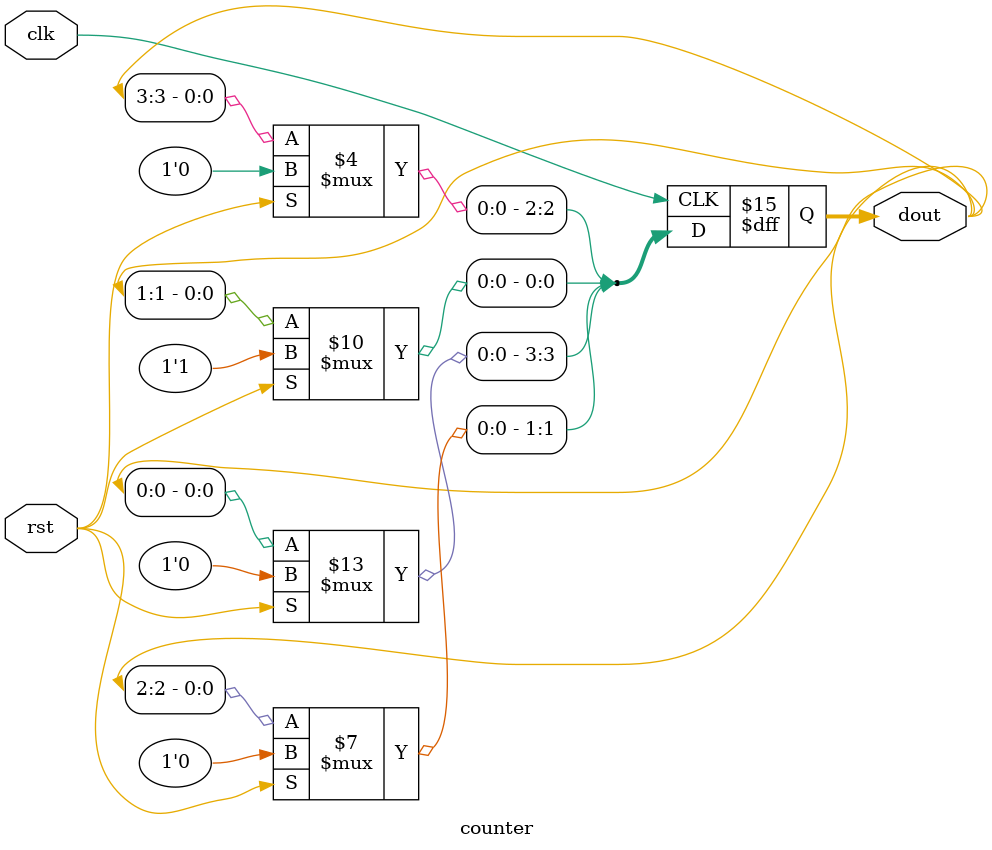
<source format=v>

module counter (

	input				clk, rst,
	output	reg	[3:0]	dout

);

	always@(posedge clk) begin
	
		if(rst == 1'b1) begin
		
			dout <= 4'b0001;
		
		end
		else begin
		
			dout[3] <= dout[0];
			dout[0] <= dout[1];
			dout[1] <= dout[2];
			dout[2] <= dout[3];
		
		end
	
	end

endmodule
</source>
